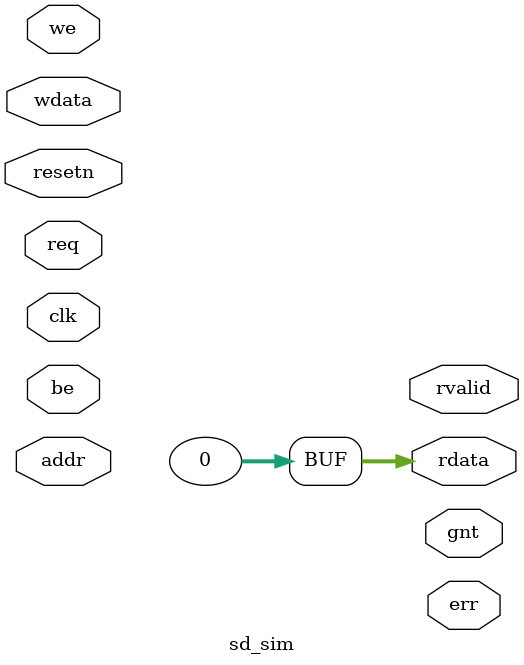
<source format=v>
module sd_sim
  (
   input             clk,
   input             resetn,
   input [31:0]      addr,
   input             req,
   input             we,
   input [3:0]       be,
   input [31:0]      wdata,
   output reg [31:0] rdata,
   output            gnt,
   output            rvalid,
   output            err
   );

   reg               req_l;
   reg [7:0]         addr_l;
   reg [3:0]         be_l;
   reg [31:0]        d_l;
   reg               we_l;

   always @(posedge clk) begin
      req_l   <= req;
      addr_l[7:0]  <= addr[7:0];
      be_l    <= be;
      we_l    <= we&req;
      if(addr[5]==1'b0)begin
         d_l     <= wdata;
      end else begin
         d_l[31:8] <= 0;
         case(addr[1:0])
           2'b00: d_l[7:0] <= wdata[7:0];
           2'b01: d_l[7:0] <= wdata[15:8];
           2'b10: d_l[7:0] <= wdata[23:16];
           2'b11: d_l[7:0] <= wdata[31:24];
         endcase
      end
   end

   // 00      => data buf address
   // 04      => Number of bytes to read
   // 08      => pointer to Number of bytes read
   // 20 - 3f => read size buf address

   always @(*) begin
      rdata = {32{1'b0}};
   end

endmodule

</source>
